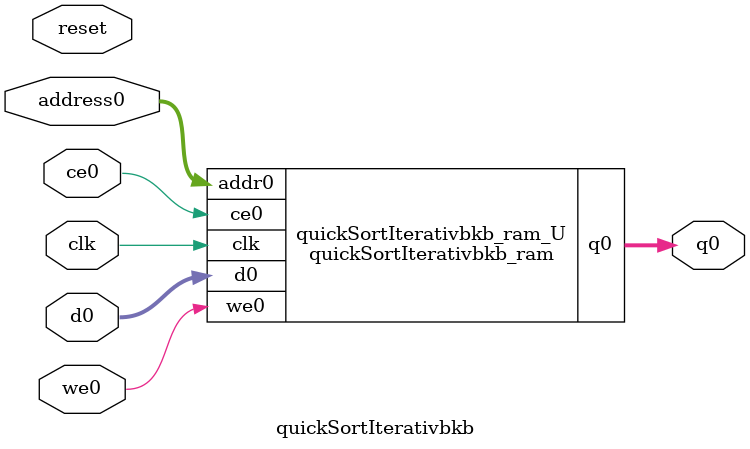
<source format=v>

`timescale 1 ns / 1 ps
module quickSortIterativbkb_ram (addr0, ce0, d0, we0, q0,  clk);

parameter DWIDTH = 32;
parameter AWIDTH = 10;
parameter MEM_SIZE = 1000;

input[AWIDTH-1:0] addr0;
input ce0;
input[DWIDTH-1:0] d0;
input we0;
output reg[DWIDTH-1:0] q0;
input clk;

(* ram_style = "block" *)reg [DWIDTH-1:0] ram[0:MEM_SIZE-1];




always @(posedge clk)  
begin 
    if (ce0) 
    begin
        if (we0) 
        begin 
            ram[addr0] <= d0; 
            q0 <= d0;
        end 
        else 
            q0 <= ram[addr0];
    end
end


endmodule


`timescale 1 ns / 1 ps
module quickSortIterativbkb(
    reset,
    clk,
    address0,
    ce0,
    we0,
    d0,
    q0);

parameter DataWidth = 32'd32;
parameter AddressRange = 32'd1000;
parameter AddressWidth = 32'd10;
input reset;
input clk;
input[AddressWidth - 1:0] address0;
input ce0;
input we0;
input[DataWidth - 1:0] d0;
output[DataWidth - 1:0] q0;



quickSortIterativbkb_ram quickSortIterativbkb_ram_U(
    .clk( clk ),
    .addr0( address0 ),
    .ce0( ce0 ),
    .we0( we0 ),
    .d0( d0 ),
    .q0( q0 ));

endmodule


</source>
